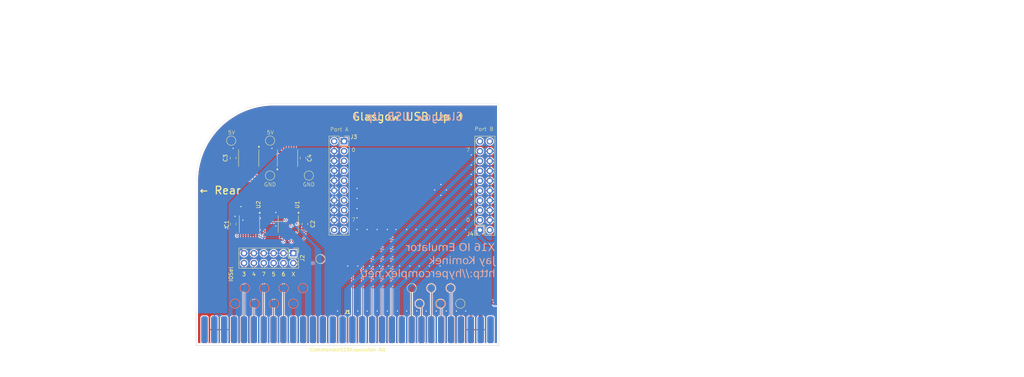
<source format=kicad_pcb>
(kicad_pcb (version 20240108) (generator "pcbnew") (generator_version "8.0")
  (layers (0 "F.Cu" signal) (31 "B.Cu" signal) (34 "B.Paste" user) (35 "F.Paste" user) (36 "B.SilkS" user "B.Silkscreen") (37 "F.SilkS" user "F.Silkscreen") (38 "B.Mask" user) (39 "F.Mask" user) (44 "Edge.Cuts" user))
  (net 0 "")
  (net 1 "/~{IOSEL}")
  (net 2 "/D3")
  (net 4 "/D7")
  (net 5 "GND")
  (net 6 "/D0")
  (net 7 "/D5")
  (net 8 "/D2")
  (net 10 "/D4")
  (net 11 "/D6")
  (net 12 "/D1")
  (net 14 "/A2")
  (net 16 "/A0")
  (net 17 "/~{WR}")
  (net 18 "/A4")
  (net 19 "/~{IO3}")
  (net 20 "/~{RD}")
  (net 21 "/~{IO4}")
  (net 22 "/A1")
  (net 23 "/A3")
  (net 25 "/~{IRQB}")
  (net 27 "+5V")
  (net 28 "/~{PHI2}")
  (net 31 "/PHI2")
  (net 40 "/IRQB")
  (net 47 "/~{IO6}")
  (net 48 "/~{IO5}")
  (net 49 "/~{IO7}")
  (net 50 "/A12")
  (net 51 "/ROMB2")
  (net 52 "/A14")
  (net 53 "/ROMB5")
  (net 54 "/ROMB0")
  (net 55 "/A7")
  (net 56 "/ROMB6")
  (net 57 "/ROMB7")
  (net 58 "/A11")
  (net 59 "/ROMB4")
  (net 60 "/ROMB3")
  (net 61 "/A9")
  (net 62 "/A10")
  (net 63 "/A5")
  (net 64 "/RESB")
  (net 65 "/A8")
  (net 66 "/A15")
  (net 67 "/A13")
  (net 68 "/A6")
  (net 69 "/ROMB1")
  (net 70 "/NMIB")
  (net 71 "/R{slash}~{W}")
  (net 72 "/~{R}{slash}W")
  (net 73 "unconnected-(TP25-Pad1)")
  (net 74 "unconnected-(TP26-Pad1)")
  (net 75 "Net-(J2-Pin_2)")
  (footprint "TestPoint:TestPoint_Pad_D2.0mm" (layer "F.Cu") (at 170.5 112.5)
    (property "Reference" "TP10" (hide yes))
    (property "Value" "TestPoint")
  )
  (footprint "Package_SO:TSSOP-14_4.4x5mm_P0.65mm" (layer "F.Cu") (at 128.7 96 -90)
    (property "Reference" "U2")
    (property "Value" "4075")
  )
  (footprint "TestPoint:TestPoint_Pad_D2.0mm" (layer "F.Cu") (at 175.5 112.5)
    (property "Reference" "TP12" (hide yes))
    (property "Value" "TestPoint")
  )
  (footprint "TestPoint:TestPoint_Pad_D2.0mm" (layer "F.Cu") (at 178 116.5)
    (property "Reference" "TP13" (hide yes))
    (property "Value" "TestPoint")
  )
  (footprint "Capacitor_SMD:C_0805_2012Metric" (layer "F.Cu") (at 124.5 79 -90)
    (property "Reference" "C3")
    (property "Value" "1uF")
  )
  (footprint "Package_SO:TSSOP-14_4.4x5mm_P0.65mm" (layer "F.Cu") (at 128.5 79 -90)
    (property "Reference" "TP25" (hide yes))
    (property "Value" "TestPoint_Small")
  )
  (footprint "Package_SO:TSSOP-14_4.4x5mm_P0.65mm" (layer "F.Cu") (at 138.5 79 90)
    (property "Reference" "TP26" (hide yes))
    (property "Value" "TestPoint_Small")
  )
  (footprint "TestPoint:TestPoint_Pad_D2.0mm" (layer "F.Cu") (at 147 105)
    (property "Reference" "TP1" (hide yes))
    (property "Value" "TestPoint")
  )
  (footprint "TestPoint:TestPoint_Pad_D2.0mm" (layer "F.Cu") (at 144 83.5)
    (property "Reference" "TP23" (hide yes))
    (property "Value" "TestPoint")
  )
  (footprint "Package_SO:TSSOP-14_4.4x5mm_P0.65mm" (layer "F.Cu") (at 138.7 96 -90)
    (property "Reference" "U1")
    (property "Value" "74AHC04")
  )
  (footprint "Connector_PinHeader_2.54mm:PinHeader_2x06_P2.54mm_Vertical" (layer "F.Cu") (at 140 103.5 -90)
    (property "Reference" "J2")
    (property "Value" "IOSel")
  )
  (footprint "TestPoint:TestPoint_Pad_D2.0mm" (layer "F.Cu") (at 172.5 116.5)
    (property "Reference" "TP11" (hide yes))
    (property "Value" "TestPoint")
  )
  (footprint "TestPoint:TestPoint_Pad_D2.0mm" (layer "F.Cu") (at 180.5 112.5)
    (property "Reference" "TP14" (hide yes))
    (property "Value" "TestPoint")
  )
  (footprint "Capacitor_SMD:C_0805_2012Metric" (layer "F.Cu") (at 124.5 96 90)
    (property "Reference" "C1")
    (property "Value" "1uF")
  )
  (footprint "TestPoint:TestPoint_Pad_D2.0mm" (layer "F.Cu") (at 134 74.5)
    (property "Reference" "TP21" (hide yes))
    (property "Value" "TestPoint")
  )
  (footprint "TestPoint:TestPoint_Pad_D2.0mm" (layer "F.Cu") (at 183 116.5)
    (property "Reference" "TP15" (hide yes))
    (property "Value" "TestPoint")
  )
  (footprint "Capacitor_SMD:C_0805_2012Metric" (layer "F.Cu") (at 142.5 79 -90)
    (property "Reference" "C4")
    (property "Value" "1uF")
  )
  (footprint "Connector_PinSocket_2.54mm:PinSocket_2x10_P2.54mm_Vertical" (layer "F.Cu") (at 188.06 97.54 180)
    (property "Reference" "J4")
    (property "Value" "Glasgow Data")
  )
  (footprint "TestPoint:TestPoint_Pad_D2.0mm" (layer "F.Cu") (at 124 74.5)
    (property "Reference" "TP20" (hide yes))
    (property "Value" "TestPoint")
  )
  (footprint "Connector_PinSocket_2.54mm:PinSocket_2x10_P2.54mm_Vertical" (layer "F.Cu") (at 153.06 74.66)
    (property "Reference" "J3")
    (property "Value" "Glasgow Signal")
  )
  (footprint "TestPoint:TestPoint_Pad_D2.0mm" (layer "F.Cu") (at 134 83.5)
    (property "Reference" "TP22" (hide yes))
    (property "Value" "TestPoint")
  )
  (footprint "PCM_CommanderX16Expansion:CommanderX16Expansion" (layer "F.Cu") (at 153.95 123.25)
    (property "Reference" "J1")
    (property "Value" "CommanderX16Expansion Alt")
    (fp_line (start -39 -4.9) (end -39 4) (stroke (width 0.12)) (layer "Edge.Cuts"))
    (fp_line (start -39 4) (end 39 4) (stroke (width 0.12)) (layer "Edge.Cuts"))
    (fp_line (start 39 4) (end 39 -4.9) (stroke (width 0.12)) (layer "Edge.Cuts"))
  )
  (footprint "Capacitor_SMD:C_0805_2012Metric" (layer "F.Cu") (at 143 96 90)
    (property "Reference" "C2")
    (property "Value" "1uF")
  )
  (footprint "TestPoint:TestPoint_Pad_D2.0mm" (layer "B.Cu") (at 142.5 112.5 180)
    (property "Reference" "TP6" (hide yes))
    (property "Value" "TestPoint")
  )
  (footprint "TestPoint:TestPoint_Pad_D2.0mm" (layer "B.Cu") (at 130 116.5 180)
    (property "Reference" "TP3" (hide yes))
    (property "Value" "TestPoint")
  )
  (footprint "TestPoint:TestPoint_Pad_D2.0mm" (layer "B.Cu") (at 180.5 112.5 180)
    (property "Reference" "TP16" (hide yes))
    (property "Value" "TestPoint")
  )
  (footprint "TestPoint:TestPoint_Pad_D2.0mm" (layer "B.Cu") (at 125 116.5 180)
    (property "Reference" "TP9" (hide yes))
    (property "Value" "TestPoint")
  )
  (footprint "TestPoint:TestPoint_Pad_D2.0mm" (layer "B.Cu") (at 177.75 116.5 180)
    (property "Reference" "TP17" (hide yes))
    (property "Value" "TestPoint")
  )
  (footprint "TestPoint:TestPoint_Pad_D2.0mm" (layer "B.Cu") (at 137.5 112.5 180)
    (property "Reference" "TP7" (hide yes))
    (property "Value" "TestPoint")
  )
  (footprint "TestPoint:TestPoint_Pad_D2.0mm" (layer "B.Cu") (at 172.5 116.5 180)
    (property "Reference" "TP19" (hide yes))
    (property "Value" "TestPoint")
  )
  (footprint "TestPoint:TestPoint_Pad_D2.0mm" (layer "B.Cu") (at 127.5 112.5 180)
    (property "Reference" "TP2" (hide yes))
    (property "Value" "TestPoint")
  )
  (footprint "TestPoint:TestPoint_Pad_D2.0mm" (layer "B.Cu") (at 135 116.5 180)
    (property "Reference" "TP4" (hide yes))
    (property "Value" "TestPoint")
  )
  (footprint "TestPoint:TestPoint_Pad_D2.0mm" (layer "B.Cu") (at 132.5 112.5 180)
    (property "Reference" "TP8" (hide yes))
    (property "Value" "TestPoint")
  )
  (footprint "TestPoint:TestPoint_Pad_D2.0mm" (layer "B.Cu") (at 140 116.5 180)
    (property "Reference" "TP5" (hide yes))
    (property "Value" "TestPoint")
  )
  (footprint "TestPoint:TestPoint_Pad_D2.0mm" (layer "B.Cu") (at 175.5 112.5 180)
    (property "Reference" "TP18" (hide yes))
    (property "Value" "TestPoint")
  )
  (gr_line (start 192.95 118.35) (end 192.95 65) (stroke (width 0.05)) (layer "Edge.Cuts"))
  (gr_line (start 114.981273 84.981256) (end 114.95 118.35) (stroke (width 0.05)) (layer "Edge.Cuts"))
  (gr_arc (start 114.981273 84.981256) (mid 120.845757 70.851237) (end 134.981265 65) (stroke (width 0.05)) (layer "Edge.Cuts"))
  (gr_line (start 192.95 65) (end 134.981265 65) (stroke (width 0.05)) (layer "Edge.Cuts"))
  (gr_text "X16 IO Emulator\nJay Kominek\nhttp://hypercomplex.net/" (at 192 110 0) (layer "B.SilkS") (effects (font (size 2 2) (thickness 0.1)) (justify left bottom mirror)))
  (gr_text "Glasgow USB Up ↑" (at 184 69.5 0) (layer "B.SilkS") (effects (font (size 2 2) (thickness 0.3)) (justify left bottom mirror)))
  (gr_text "7" (at 155.5 95.5 0) (layer "F.SilkS") (effects (font (size 1 1) (thickness 0.1)) (justify bottom)))
  (gr_text "IOSel" (at 124.5 108.9 90) (layer "F.SilkS") (effects (font (size 1 1)) (justify bottom)))
  (gr_text "5V" (at 133.1 73 0) (layer "F.SilkS") (effects (font (size 1 1) (thickness 0.1)) (justify left bottom)))
  (gr_text "GND" (at 142.4 86.4 0) (layer "F.SilkS") (effects (font (size 1 1) (thickness 0.1)) (justify left bottom)))
  (gr_text "5V" (at 123.1 73 0) (layer "F.SilkS") (effects (font (size 1 1) (thickness 0.1)) (justify left bottom)))
  (gr_text "0" (at 155.5 77.5 0) (layer "F.SilkS") (effects (font (size 1 1) (thickness 0.1)) (justify bottom)))
  (gr_text "← Rear" (at 115.5 88.5 0) (layer "F.SilkS") (effects (font (size 2 2) (thickness 0.3)) (justify left bottom)))
  (gr_text "Port A" (at 149.4 72.2 0) (layer "F.SilkS") (effects (font (size 1 1) (thickness 0.1)) (justify left bottom)))
  (gr_text "7" (at 185 77.5 0) (layer "F.SilkS") (effects (font (size 1 1) (thickness 0.1)) (justify bottom)))
  (gr_text "6" (at 137.46 109.5 0) (layer "F.SilkS") (effects (font (size 1 1)) (justify bottom)))
  (gr_text "X" (at 140 109.5 0) (layer "F.SilkS") (effects (font (size 1 1)) (justify bottom)))
  (gr_text "3" (at 127.3 109.5 0) (layer "F.SilkS") (effects (font (size 1 1)) (justify bottom)))
  (gr_text "0" (at 185 95.5 0) (layer "F.SilkS") (effects (font (size 1 1) (thickness 0.1)) (justify bottom)))
  (gr_text "7" (at 132.38 109.5 0) (layer "F.SilkS") (effects (font (size 1 1)) (justify bottom)))
  (gr_text "5" (at 134.92 109.5 0) (layer "F.SilkS") (effects (font (size 1 1)) (justify bottom)))
  (gr_text "Glasgow USB Up ↑" (at 154.96 69.5 0) (layer "F.SilkS") (effects (font (size 2 2) (thickness 0.3)) (justify left bottom)))
  (gr_text "Port B" (at 191.6 72.1 0) (layer "F.SilkS") (effects (font (size 1 1) (thickness 0.1)) (justify right bottom)))
  (gr_text "4" (at 129.84 109.5 0) (layer "F.SilkS") (effects (font (size 1 1)) (justify bottom)))
  (gr_text "GND" (at 132.4 86.4 0) (layer "F.SilkS") (effects (font (size 1 1) (thickness 0.1)) (justify left bottom)))
  (segment (start 137.83 76.0125) (end 137.83 73) (width 0.2) (layer "F.Cu") (net 0))
  (segment (start 137.83 81.7375) (end 137.83 84.75) (width 0.2) (layer "F.Cu") (net 0))
  (segment (start 127.825001 76.1375) (end 127.825001 73.125) (width 0.2) (layer "F.Cu") (net 0))
  (segment (start 129.775001 76.1375) (end 129.775001 73.125) (width 0.2) (layer "F.Cu") (net 0))
  (segment (start 137.18 81.7375) (end 137.18 84.75) (width 0.2) (layer "F.Cu") (net 0))
  (segment (start 138.48 81.7375) (end 138.48 84.75) (width 0.2) (layer "F.Cu") (net 0))
  (segment (start 139.13 81.7375) (end 139.13 84.75) (width 0.2) (layer "F.Cu") (net 0))
  (segment (start 139.78 81.7375) (end 139.78 84.75) (width 0.2) (layer "F.Cu") (net 0))
  (segment (start 139.13 76.0125) (end 139.13 73) (width 0.2) (layer "F.Cu") (net 0))
  (segment (start 140.43 81.75) (end 140.43 84.75) (width 0.2) (layer "F.Cu") (net 0))
  (segment (start 129.775001 81.8625) (end 129.775001 84.875) (width 0.2) (layer "F.Cu") (net 0))
  (segment (start 127.825001 81.8625) (end 127.825001 84.875) (width 0.2) (layer "F.Cu") (net 0))
  (segment (start 127.175001 81.8625) (end 127.175001 84.875) (width 0.2) (layer "F.Cu") (net 0))
  (segment (start 129.125001 76.1375) (end 129.125001 73.125) (width 0.2) (layer "F.Cu") (net 0))
  (segment (start 130.425001 81.875) (end 130.425001 84.875) (width 0.2) (layer "F.Cu") (net 0))
  (segment (start 128.475001 76.1375) (end 128.475001 73.125) (width 0.2) (layer "F.Cu") (net 0))
  (segment (start 137.18 76.0125) (end 137.18 73) (width 0.2) (layer "F.Cu") (net 0))
  (segment (start 138.48 76.0125) (end 138.48 73) (width 0.2) (layer "F.Cu") (net 0))
  (segment (start 128.475001 81.8625) (end 128.475001 84.875) (width 0.2) (layer "F.Cu") (net 0))
  (segment (start 126.525001 81.8625) (end 126.525001 84.875) (width 0.2) (layer "F.Cu") (net 0))
  (segment (start 127.175001 76.1375) (end 127.175001 73.125) (width 0.2) (layer "F.Cu") (net 0))
  (segment (start 139.78 76.0125) (end 139.78 73) (width 0.2) (layer "F.Cu") (net 0))
  (segment (start 126.525001 76.1375) (end 126.525001 73.125) (width 0.2) (layer "F.Cu") (net 0))
  (segment (start 129.125001 81.8625) (end 129.125001 84.875) (width 0.2) (layer "F.Cu") (net 0))
  (segment (start 136.53 76.0125) (end 136.53 73) (width 0.2) (layer "F.Cu") (net 0))
  (segment (start 140.43 76) (end 140.43 73) (width 0.2) (layer "F.Cu") (net 0))
  (segment (start 132.5 97) (end 132.5 99.5) (width 0.2) (layer "F.Cu") (net 1))
  (segment (start 137.62 103.5) (end 135.08 103.5) (width 0.2) (layer "F.Cu") (net 1))
  (segment (start 126.75 100.5) (end 126.75 102.79) (width 0.2) (layer "F.Cu") (net 1))
  (segment (start 140.16 103.5) (end 137.62 103.5) (width 0.2) (layer "F.Cu") (net 1))
  (segment (start 132.5 99.5) (end 131.5 100.5) (width 0.2) (layer "F.Cu") (net 1))
  (segment (start 130.175001 96) (end 131.5 96) (width 0.2) (layer "F.Cu") (net 1))
  (segment (start 126.75 98.8625) (end 126.75 100.5) (width 0.2) (layer "F.Cu") (net 1))
  (segment (start 131.5 96) (end 132.5 97) (width 0.2) (layer "F.Cu") (net 1))
  (segment (start 126.75 102.79) (end 127.46 103.5) (width 0.2) (layer "F.Cu") (net 1))
  (segment (start 128.05 93.1375) (end 128.05 93.874999) (width 0.2) (layer "F.Cu") (net 1))
  (segment (start 128.05 93.874999) (end 130.175001 96) (width 0.2) (layer "F.Cu") (net 1))
  (segment (start 132.54 103.5) (end 130 103.5) (width 0.2) (layer "F.Cu") (net 1))
  (segment (start 130 103.5) (end 127.46 103.5) (width 0.2) (layer "F.Cu") (net 1))
  (segment (start 131.5 100.5) (end 126.75 100.5) (width 0.2) (layer "F.Cu") (net 1))
  (segment (start 135.08 103.5) (end 132.54 103.5) (width 0.2) (layer "F.Cu") (net 1))
  (segment (start 160.3 112.6) (end 188.06 84.84) (width 0.2) (layer "B.Cu") (net 2))
  (segment (start 160.3 123.2) (end 160.3 112.6) (width 0.2) (layer "B.Cu") (net 2))
  (segment (start 170.46 112.6) (end 188.06 95) (width 0.2) (layer "B.Cu") (net 4))
  (segment (start 170.46 123.2) (end 170.46 112.6) (width 0.2) (layer "B.Cu") (net 4))
  (via (at 178 88.6) (size 0.6) (drill 0.3) (layers "F.Cu" "B.Cu") (net 5))
  (via (at 185.8 91) (size 0.6) (drill 0.3) (layers "F.Cu" "B.Cu") (net 5))
  (via (at 169.2 118.4) (size 0.6) (drill 0.3) (layers "F.Cu" "B.Cu") (net 5))
  (via (at 156.4 86.8) (size 0.6) (drill 0.3) (layers "F.Cu" "B.Cu") (net 5))
  (via (at 179.4 87.2) (size 0.6) (drill 0.3) (layers "F.Cu" "B.Cu") (net 5))
  (via (at 135.5 96.5) (size 0.6) (drill 0.3) (layers "F.Cu" "B.Cu") (net 5))
  (via (at 179.2 97.4) (size 0.6) (drill 0.3) (layers "F.Cu" "B.Cu") (net 5))
  (via (at 126.5 91.5) (size 0.6) (drill 0.3) (layers "F.Cu" "B.Cu") (net 5))
  (via (at 178 85.8) (size 0.6) (drill 0.3) (layers "F.Cu" "B.Cu") (net 5))
  (via (at 131.5 94.5) (size 0.6) (drill 0.3) (layers "F.Cu" "B.Cu") (net 5))
  (via (at 156.4 89.4) (size 0.6) (drill 0.3) (layers "F.Cu" "B.Cu") (net 5))
  (via (at 174.2 118.4) (size 0.6) (drill 0.3) (layers "F.Cu" "B.Cu") (net 5))
  (via (at 161.6 118.4) (size 0.6) (drill 0.3) (layers "F.Cu" "B.Cu") (net 5))
  (via (at 154 106.8) (size 0.6) (drill 0.3) (layers "F.Cu" "B.Cu") (net 5))
  (via (at 135.5 93) (size 0.6) (drill 0.3) (layers "F.Cu" "B.Cu") (net 5))
  (via (at 184.4 97.4) (size 0.6) (drill 0.3) (layers "F.Cu" "B.Cu") (net 5))
  (via (at 167.4 106.8) (size 0.6) (drill 0.3) (layers "F.Cu" "B.Cu") (net 5))
  (via (at 164.2 97.4) (size 0.6) (drill 0.3) (layers "F.Cu" "B.Cu") (net 5))
  (via (at 156.4 97.4) (size 0.6) (drill 0.3) (layers "F.Cu" "B.Cu") (net 5))
  (via (at 171.8 118.4) (size 0.6) (drill 0.3) (layers "F.Cu" "B.Cu") (net 5))
  (via (at 164.2 118.4) (size 0.6) (drill 0.3) (layers "F.Cu" "B.Cu") (net 5))
  (via (at 154 118.4) (size 0.6) (drill 0.3) (layers "F.Cu" "B.Cu") (net 5))
  (via (at 159 118.4) (size 0.6) (drill 0.3) (layers "F.Cu" "B.Cu") (net 5))
  (via (at 176.8 118.4) (size 0.6) (drill 0.3) (layers "F.Cu" "B.Cu") (net 5))
  (via (at 159 97.4) (size 0.6) (drill 0.3) (layers "F.Cu" "B.Cu") (net 5))
  (via (at 169.2 97.4) (size 0.6) (drill 0.3) (layers "F.Cu" "B.Cu") (net 5))
  (via (at 166.4 97.4) (size 0.6) (drill 0.3) (layers "F.Cu" "B.Cu") (net 5))
  (via (at 174.2 97.4) (size 0.6) (drill 0.3) (layers "F.Cu" "B.Cu") (net 5))
  (via (at 156.4 94.4) (size 0.6) (drill 0.3) (layers "F.Cu" "B.Cu") (net 5))
  (via (at 156.4 92) (size 0.6) (drill 0.3) (layers "F.Cu" "B.Cu") (net 5))
  (via (at 170 106.8) (size 0.6) (drill 0.3) (layers "F.Cu" "B.Cu") (net 5))
  (via (at 156.6 118.4) (size 0.6) (drill 0.3) (layers "F.Cu" "B.Cu") (net 5))
  (via (at 185.8 83.2) (size 0.6) (drill 0.3) (layers "F.Cu" "B.Cu") (net 5))
  (via (at 176.4 87.2) (size 0.6) (drill 0.3) (layers "F.Cu" "B.Cu") (net 5))
  (via (at 179.4 118.4) (size 0.6) (drill 0.3) (layers "F.Cu" "B.Cu") (net 5))
  (via (at 164.5 106.8) (size 0.6) (drill 0.3) (layers "F.Cu" "B.Cu") (net 5))
  (via (at 127 95) (size 0.6) (drill 0.3) (layers "F.Cu" "B.Cu") (net 5))
  (via (at 175 106.8) (size 0.6) (drill 0.3) (layers "F.Cu" "B.Cu") (net 5))
  (via (at 177.8 106.8) (size 0.6) (drill 0.3) (layers "F.Cu" "B.Cu") (net 5))
  (via (at 172.4 106.8) (size 0.6) (drill 0.3) (layers "F.Cu" "B.Cu") (net 5))
  (via (at 156.6 106.8) (size 0.6) (drill 0.3) (layers "F.Cu" "B.Cu") (net 5))
  (via (at 176.8 97.4) (size 0.6) (drill 0.3) (layers "F.Cu" "B.Cu") (net 5))
  (via (at 181.8 97.4) (size 0.6) (drill 0.3) (layers "F.Cu" "B.Cu") (net 5))
  (via (at 159.6 106.8) (size 0.6) (drill 0.3) (layers "F.Cu" "B.Cu") (net 5))
  (via (at 161.6 97.4) (size 0.6) (drill 0.3) (layers "F.Cu" "B.Cu") (net 5))
  (via (at 125 94) (size 0.6) (drill 0.3) (layers "F.Cu" "B.Cu") (net 5))
  (via (at 185.8 78.2) (size 0.6) (drill 0.3) (layers "F.Cu" "B.Cu") (net 5))
  (via (at 185.8 88.4) (size 0.6) (drill 0.3) (layers "F.Cu" "B.Cu") (net 5))
  (via (at 131.5 97.5) (size 0.6) (drill 0.3) (layers "F.Cu" "B.Cu") (net 5))
  (via (at 184.4 118.4) (size 0.6) (drill 0.3) (layers "F.Cu" "B.Cu") (net 5))
  (via (at 182 118.4) (size 0.6) (drill 0.3) (layers "F.Cu" "B.Cu") (net 5))
  (via (at 185.8 93.6) (size 0.6) (drill 0.3) (layers "F.Cu" "B.Cu") (net 5))
  (via (at 185.8 85.8) (size 0.6) (drill 0.3) (layers "F.Cu" "B.Cu") (net 5))
  (via (at 171.6 97.4) (size 0.6) (drill 0.3) (layers "F.Cu" "B.Cu") (net 5))
  (via (at 151.4 118.4) (size 0.6) (drill 0.3) (layers "F.Cu" "B.Cu") (net 5))
  (via (at 162.2 106.8) (size 0.6) (drill 0.3) (layers "F.Cu" "B.Cu") (net 5))
  (via (at 185.8 80.8) (size 0.6) (drill 0.3) (layers "F.Cu" "B.Cu") (net 5))
  (via (at 166.8 118.4) (size 0.6) (drill 0.3) (layers "F.Cu" "B.Cu") (net 5))
  (segment (start 152.68 112.6) (end 188.06 77.22) (width 0.2) (layer "B.Cu") (net 6))
  (segment (start 152.68 123.2) (end 152.68 112.6) (width 0.2) (layer "B.Cu") (net 6))
  (segment (start 165.38 123.2) (end 165.38 112.6) (width 0.2) (layer "B.Cu") (net 7))
  (segment (start 165.38 112.6) (end 188.06 89.92) (width 0.2) (layer "B.Cu") (net 7))
  (segment (start 157.76 112.6) (end 188.06 82.3) (width 0.2) (layer "B.Cu") (net 8))
  (segment (start 157.76 123.2) (end 157.76 112.6) (width 0.2) (layer "B.Cu") (net 8))
  (segment (start 162.84 123.2) (end 162.84 112.6) (width 0.2) (layer "B.Cu") (net 10))
  (segment (start 162.84 112.6) (end 188.06 87.38) (width 0.2) (layer "B.Cu") (net 10))
  (segment (start 167.92 112.600001) (end 188.06 92.460001) (width 0.2) (layer "B.Cu") (net 11))
  (segment (start 167.92 123.2) (end 167.92 112.600001) (width 0.2) (layer "B.Cu") (net 11))
  (segment (start 155.22 123.2) (end 155.22 112.599999) (width 0.2) (layer "B.Cu") (net 12))
  (segment (start 155.22 112.599999) (end 188.06 79.759999) (width 0.2) (layer "B.Cu") (net 12))
  (segment (start 160.3 97.14) (end 153.06 89.9) (width 0.2) (layer "F.Cu") (net 14))
  (segment (start 160.3 123.2) (end 160.3 97.14) (width 0.2) (layer "F.Cu") (net 14))
  (segment (start 155.22 97.14) (end 153.06 94.98) (width 0.2) (layer "F.Cu") (net 16))
  (segment (start 155.22 123.2) (end 155.22 97.14) (width 0.2) (layer "F.Cu") (net 16))
  (segment (start 150.85 88.75) (end 151.67 87.93) (width 0.2) (layer "F.Cu") (net 17))
  (segment (start 151.67 83.67) (end 153.06 82.28) (width 0.2) (layer "F.Cu") (net 17))
  (segment (start 127.4 92.400001) (end 131.050001 88.75) (width 0.2) (layer "F.Cu") (net 17))
  (segment (start 131.050001 88.75) (end 150.85 88.75) (width 0.2) (layer "F.Cu") (net 17))
  (segment (start 151.67 87.93) (end 151.67 83.67) (width 0.2) (layer "F.Cu") (net 17))
  (segment (start 127.4 93.1375) (end 127.4 92.400001) (width 0.2) (layer "F.Cu") (net 17))
  (segment (start 165.38 123.2) (end 165.38 97.14) (width 0.2) (layer "F.Cu") (net 18))
  (segment (start 165.38 97.14) (end 153.06 84.82) (width 0.2) (layer "F.Cu") (net 18))
  (segment (start 127.28 123.2) (end 127.28 106.22) (width 0.2) (layer "F.Cu") (net 19))
  (segment (start 127.28 106.22) (end 127.46 106.04) (width 0.2) (layer "F.Cu") (net 19))
  (segment (start 143.973654 87.2) (end 150.283654 80.89) (width 0.2) (layer "F.Cu") (net 20))
  (segment (start 150.283654 80.89) (end 151.91 80.89) (width 0.2) (layer "F.Cu") (net 20))
  (segment (start 127.4 96.248529) (end 125.8 94.648529) (width 0.2) (layer "F.Cu") (net 20))
  (segment (start 127.4 98.8625) (end 127.4 96.248529) (width 0.2) (layer "F.Cu") (net 20))
  (segment (start 125.8 94.648529) (end 125.8 91.351471) (width 0.2) (layer "F.Cu") (net 20))
  (segment (start 129.951471 87.2) (end 143.973654 87.2) (width 0.2) (layer "F.Cu") (net 20))
  (segment (start 125.8 91.351471) (end 129.951471 87.2) (width 0.2) (layer "F.Cu") (net 20))
  (segment (start 151.91 80.89) (end 153.06 79.74) (width 0.2) (layer "F.Cu") (net 20))
  (segment (start 129.82 123.2) (end 129.82 106.22) (width 0.2) (layer "F.Cu") (net 21))
  (segment (start 129.82 106.22) (end 130 106.04) (width 0.2) (layer "F.Cu") (net 21))
  (segment (start 157.76 97.14) (end 153.06 92.44) (width 0.2) (layer "F.Cu") (net 22))
  (segment (start 157.76 123.2) (end 157.76 97.14) (width 0.2) (layer "F.Cu") (net 22))
  (segment (start 162.84 123.2) (end 162.84 97.14) (width 0.2) (layer "F.Cu") (net 23))
  (segment (start 162.84 97.14) (end 153.06 87.36) (width 0.2) (layer "F.Cu") (net 23))
  (segment (start 137.4 98.8625) (end 137.4 100.4) (width 0.2) (layer "F.Cu") (net 27))
  (segment (start 122.5 97) (end 122.550001 96.949999) (width 0.2) (layer "F.Cu") (net 27))
  (segment (start 188.24 117.76) (end 189.8 116.2) (width 1) (layer "F.Cu") (net 27))
  (segment (start 137.4 100.4) (end 137.5 100.5) (width 0.2) (layer "F.Cu") (net 27))
  (segment (start 142 100.5) (end 143 99.5) (width 0.2) (layer "F.Cu") (net 27))
  (segment (start 130.7875 99) (end 130.65 98.8625) (width 0.2) (layer "F.Cu") (net 27))
  (segment (start 142.5 78.050001) (end 136.050001 78.050001) (width 0.2) (layer "F.Cu") (net 27))
  (segment (start 139.4 100.5) (end 139.5 100.5) (width 0.2) (layer "F.Cu") (net 27))
  (segment (start 140.65 100.35) (end 140.5 100.5) (width 0.2) (layer "F.Cu") (net 27))
  (segment (start 140 100) (end 139.5 100.5) (width 0.2) (layer "F.Cu") (net 27))
  (segment (start 188.24 123.2) (end 188.24 117.76) (width 1) (layer "F.Cu") (net 27))
  (segment (start 122.550001 96.949999) (end 124.5 96.949999) (width 0.2) (layer "F.Cu") (net 27))
  (segment (start 134.5 76.5) (end 134 76) (width 0.2) (layer "F.Cu") (net 27))
  (segment (start 134 76) (end 134 74.5) (width 0.2) (layer "F.Cu") (net 27))
  (segment (start 124.5 76.5) (end 124.5 75) (width 0.2) (layer "F.Cu") (net 27))
  (segment (start 143 99.5) (end 143 96.949999) (width 0.2) (layer "F.Cu") (net 27))
  (segment (start 124.5 96.949999) (end 125.5 97.949999) (width 0.2) (layer "F.Cu") (net 27))
  (segment (start 138.05 93.1375) (end 138.05 94.95) (width 0.2) (layer "F.Cu") (net 27))
  (segment (start 124.5 78.050001) (end 124.5 76.5) (width 0.2) (layer "F.Cu") (net 27))
  (segment (start 124.5 75) (end 124 74.5) (width 0.2) (layer "F.Cu") (net 27))
  (segment (start 138.05 94.95) (end 138 95) (width 0.2) (layer "F.Cu") (net 27))
  (segment (start 188.24 97.72) (end 188.06 97.54) (width 0.2) (layer "F.Cu") (net 27))
  (segment (start 138.7 99.8) (end 139.4 100.5) (width 0.2) (layer "F.Cu") (net 27))
  (segment (start 140.5 100.5) (end 139.5 100.5) (width 0.2) (layer "F.Cu") (net 27))
  (segment (start 140.65 98.8625) (end 140.65 100.35) (width 0.2) (layer "F.Cu") (net 27))
  (segment (start 142 100.5) (end 140.5 100.5) (width 0.2) (layer "F.Cu") (net 27))
  (segment (start 189.8 116.2) (end 191.5 116.2) (width 1) (layer "F.Cu") (net 27))
  (segment (start 138.7 98.8625) (end 138.7 99.8) (width 0.2) (layer "F.Cu") (net 27))
  (segment (start 125.5 97.949999) (end 125.5 99) (width 0.2) (layer "F.Cu") (net 27))
  (segment (start 140 98.8625) (end 140 100) (width 0.2) (layer "F.Cu") (net 27))
  (segment (start 136.050001 78.050001) (end 134.5 76.5) (width 0.2) (layer "F.Cu") (net 27))
  (segment (start 131.5 99) (end 130.7875 99) (width 0.2) (layer "F.Cu") (net 27))
  (via (at 122.5 97) (size 0.6) (drill 0.3) (layers "F.Cu" "B.Cu") (net 27))
  (via (at 124.5 76.5) (size 0.6) (drill 0.3) (layers "F.Cu" "B.Cu") (net 27))
  (via (at 125.5 99) (size 0.6) (drill 0.3) (layers "F.Cu" "B.Cu") (net 27))
  (via (at 191.5 116.2) (size 0.6) (drill 0.3) (layers "F.Cu" "B.Cu") (net 27))
  (via (at 139.5 100.5) (size 0.6) (drill 0.3) (layers "F.Cu" "B.Cu") (net 27))
  (via (at 137.5 100.5) (size 0.6) (drill 0.3) (layers "F.Cu" "B.Cu") (net 27))
  (via (at 134.5 76.5) (size 0.6) (drill 0.3) (layers "F.Cu" "B.Cu") (net 27))
  (via (at 138 95) (size 0.6) (drill 0.3) (layers "F.Cu" "B.Cu") (net 27))
  (via (at 131.5 99) (size 0.6) (drill 0.3) (layers "F.Cu" "B.Cu") (net 27))
  (segment (start 119.66 118.66) (end 119.5 118.5) (width 0.2) (layer "B.Cu") (net 27))
  (segment (start 139.5 100.5) (end 137.5 100.5) (width 0.2) (layer "B.Cu") (net 27))
  (segment (start 188.06 99.26) (end 189.8 101) (width 1) (layer "B.Cu") (net 27))
  (segment (start 188.06 97.54) (end 188.06 99.26) (width 1) (layer "B.Cu") (net 27))
  (segment (start 131.5 99) (end 125.5 99) (width 0.2) (layer "B.Cu") (net 27))
  (segment (start 189.8 101) (end 191.5 101) (width 1) (layer "B.Cu") (net 27))
  (segment (start 135.5 95) (end 131.5 99) (width 0.2) (layer "B.Cu") (net 27))
  (segment (start 131.5 99) (end 132 99.5) (width 0.2) (layer "B.Cu") (net 27))
  (segment (start 138 95) (end 135.5 95) (width 0.2) (layer "B.Cu") (net 27))
  (segment (start 119.66 123.2) (end 119.66 118.66) (width 0.2) (layer "B.Cu") (net 27))
  (segment (start 136.5 99.5) (end 137.5 100.5) (width 0.2) (layer "B.Cu") (net 27))
  (segment (start 132 99.5) (end 136.5 99.5) (width 0.2) (layer "B.Cu") (net 27))
  (segment (start 130 93.1375) (end 130 95.174998) (width 0.2) (layer "F.Cu") (net 28))
  (segment (start 138.248529 95.6) (end 130.425001 95.6) (width 0.2) (layer "F.Cu") (net 28))
  (segment (start 130.425001 95.6) (end 130.162501 95.337499) (width 0.2) (layer "F.Cu") (net 28))
  (segment (start 128.7 93.874999) (end 128.7 93.1375) (width 0.2) (layer "F.Cu") (net 28))
  (segment (start 130.162501 95.337499) (end 128.7 93.874999) (width 0.2) (layer "F.Cu") (net 28))
  (segment (start 138.7 95.148529) (end 138.248529 95.6) (width 0.2) (layer "F.Cu") (net 28))
  (segment (start 130 95.174998) (end 130.162501 95.337499) (width 0.2) (layer "F.Cu") (net 28))
  (segment (start 138.7 93.1375) (end 138.7 95.148529) (width 0.2) (layer "F.Cu") (net 28))
  (segment (start 139.35 93.1375) (end 139.35 96.35) (width 0.2) (layer "F.Cu") (net 31))
  (segment (start 139.35 96.35) (end 139.5 96.5) (width 0.2) (layer "F.Cu") (net 31))
  (via (at 139.5 96.5) (size 0.6) (drill 0.3) (layers "F.Cu" "B.Cu") (net 31))
  (segment (start 145.06 102.06) (end 139.5 96.5) (width 0.2) (layer "B.Cu") (net 31))
  (segment (start 145.06 123.2) (end 145.06 102.06) (width 0.2) (layer "B.Cu") (net 31))
  (segment (start 137.44 123.2) (end 137.44 106.22) (width 0.2) (layer "F.Cu") (net 47))
  (segment (start 137.44 106.22) (end 137.62 106.04) (width 0.2) (layer "F.Cu") (net 47))
  (segment (start 134.9 123.2) (end 134.9 106.22) (width 0.2) (layer "F.Cu") (net 48))
  (segment (start 134.9 106.22) (end 135.08 106.04) (width 0.2) (layer "F.Cu") (net 48))
  (segment (start 132.36 106.22) (end 132.54 106.04) (width 0.2) (layer "F.Cu") (net 49))
  (segment (start 132.36 123.2) (end 132.36 106.22) (width 0.2) (layer "F.Cu") (net 49))
  (segment (start 180.62 123.2) (end 180.62 112.62) (width 0.2) (layer "B.Cu") (net 50))
  (segment (start 180.62 112.62) (end 180.5 112.5) (width 0.2) (layer "B.Cu") (net 50))
  (segment (start 134.9 116.6) (end 135 116.5) (width 0.2) (layer "B.Cu") (net 51))
  (segment (start 134.9 123.2) (end 134.9 116.6) (width 0.2) (layer "B.Cu") (net 51))
  (segment (start 175.54 123.2) (end 175.54 112.54) (width 0.2) (layer "B.Cu") (net 52))
  (segment (start 175.54 112.54) (end 175.5 112.5) (width 0.2) (layer "B.Cu") (net 52))
  (segment (start 137.44 112.56) (end 137.5 112.5) (width 0.2) (layer "B.Cu") (net 53))
  (segment (start 137.44 123.2) (end 137.44 112.56) (width 0.2) (layer "B.Cu") (net 53))
  (segment (start 127.28 112.72) (end 127.5 112.5) (width 0.2) (layer "B.Cu") (net 54))
  (segment (start 127.28 123.2) (end 127.28 112.72) (width 0.2) (layer "B.Cu") (net 54))
  (segment (start 173 123.2) (end 173 117) (width 0.2) (layer "F.Cu") (net 55))
  (segment (start 173 117) (end 172.5 116.5) (width 0.2) (layer "F.Cu") (net 55))
  (segment (start 132.36 123.2) (end 132.36 112.64) (width 0.2) (layer "B.Cu") (net 56))
  (segment (start 132.36 112.64) (end 132.5 112.5) (width 0.2) (layer "B.Cu") (net 56))
  (segment (start 124.74 116.76) (end 125 116.5) (width 0.2) (layer "B.Cu") (net 57))
  (segment (start 124.74 123.2) (end 124.74 116.76) (width 0.2) (layer "B.Cu") (net 57))
  (segment (start 183.16 116.66) (end 183 116.5) (width 0.2) (layer "F.Cu") (net 58))
  (segment (start 183.16 123.2) (end 183.16 116.66) (width 0.2) (layer "F.Cu") (net 58))
  (segment (start 142.52 123.2) (end 142.52 112.52) (width 0.2) (layer "B.Cu") (net 59))
  (segment (start 142.52 112.52) (end 142.5 112.5) (width 0.2) (layer "B.Cu") (net 59))
  (segment (start 139.98 123.2) (end 139.98 116.52) (width 0.2) (layer "B.Cu") (net 60))
  (segment (start 139.98 116.52) (end 140 116.5) (width 0.2) (layer "B.Cu") (net 60))
  (segment (start 178.08 116.58) (end 178 116.5) (width 0.2) (layer "F.Cu") (net 61))
  (segment (start 178.08 123.2) (end 178.08 116.58) (width 0.2) (layer "F.Cu") (net 61))
  (segment (start 180.62 112.62) (end 180.5 112.5) (width 0.2) (layer "F.Cu") (net 62))
  (segment (start 180.62 123.2) (end 180.62 112.62) (width 0.2) (layer "F.Cu") (net 62))
  (segment (start 175.54 112.54) (end 175.5 112.5) (width 0.2) (layer "F.Cu") (net 65))
  (segment (start 175.54 123.2) (end 175.54 112.54) (width 0.2) (layer "F.Cu") (net 65))
  (segment (start 173 117) (end 172.5 116.5) (width 0.2) (layer "B.Cu") (net 66))
  (segment (start 173 123.2) (end 173 117) (width 0.2) (layer "B.Cu") (net 66))
  (segment (start 178.08 116.83) (end 177.75 116.5) (width 0.2) (layer "B.Cu") (net 67))
  (segment (start 178.08 123.2) (end 178.08 116.83) (width 0.2) (layer "B.Cu") (net 67))
  (segment (start 170.46 123.2) (end 170.46 112.54) (width 0.2) (layer "F.Cu") (net 68))
  (segment (start 170.46 112.54) (end 170.5 112.5) (width 0.2) (layer "F.Cu") (net 68))
  (segment (start 129.82 123.2) (end 129.82 116.68) (width 0.2) (layer "B.Cu") (net 69))
  (segment (start 129.82 116.68) (end 130 116.5) (width 0.2) (layer "B.Cu") (net 69))
  (segment (start 129.35 92.400001) (end 129.35 93.1375) (width 0.2) (layer "F.Cu") (net 71))
  (segment (start 139.749999 91.5) (end 130.250001 91.5) (width 0.2) (layer "F.Cu") (net 71))
  (segment (start 140.65 92.400001) (end 139.749999 91.5) (width 0.2) (layer "F.Cu") (net 71))
  (segment (start 140.65 93.1375) (end 140.65 95.65) (width 0.2) (layer "F.Cu") (net 71))
  (segment (start 140.65 95.65) (end 141 96) (width 0.2) (layer "F.Cu") (net 71))
  (segment (start 130.250001 91.5) (end 129.35 92.400001) (width 0.2) (layer "F.Cu") (net 71))
  (segment (start 140.65 93.1375) (end 140.65 92.400001) (width 0.2) (layer "F.Cu") (net 71))
  (via (at 141 96) (size 0.6) (drill 0.3) (layers "F.Cu" "B.Cu") (net 71))
  (segment (start 147.6 102.6) (end 141 96) (width 0.2) (layer "B.Cu") (net 71))
  (segment (start 147.6 123.2) (end 147.6 102.6) (width 0.2) (layer "B.Cu") (net 71))
  (segment (start 139.599999 92) (end 140 92.400001) (width 0.2) (layer "F.Cu") (net 72))
  (segment (start 140 92.400001) (end 140 93.1375) (width 0.2) (layer "F.Cu") (net 72))
  (segment (start 130.65 93.1375) (end 130.65 92.35) (width 0.2) (layer "F.Cu") (net 72))
  (segment (start 130.65 92.35) (end 131 92) (width 0.2) (layer "F.Cu") (net 72))
  (segment (start 131 92) (end 139.599999 92) (width 0.2) (layer "F.Cu") (net 72))
  (segment (start 130.425001 76.125) (end 130.425001 73.125) (width 0.2) (layer "F.Cu") (net 73))
  (segment (start 136.53 81.7375) (end 136.53 84.75) (width 0.2) (layer "F.Cu") (net 74))
  (segment (start 140.16 106.04) (end 145.96 106.04) (width 0.2) (layer "F.Cu") (net 75))
  (segment (start 145.96 106.04) (end 147 105) (width 0.2) (layer "F.Cu") (net 75))
  (zone (net 5) (net_name "GND") (layers "F&B.Cu") (connect_pads (clearance 0.253)) (min_thickness 0.253) (fill yes (thermal_gap 0.253) (thermal_bridge_width 0.253))
    (polygon (pts (xy 194.5 63.5) (xy 194.5 129) (xy 113.5 129) (xy 113.5 63.5)))
  )
  (zone (net 27) (net_name "+5V") (layer "B.Cu") (priority 1) (connect_pads (clearance 0.253)) (min_thickness 0.253) (fill yes (thermal_gap 0.253) (thermal_bridge_width 0.253))
    (polygon (pts (xy 112 119) (xy 123 119) (xy 123 90.6) (xy 137.8 76) (xy 191.5 76) (xy 191.5 117) (xy 193.8 117) (xy 194 62.8) (xy 112 62.5)))
  )
)
</source>
